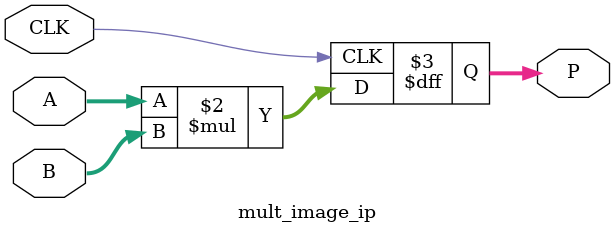
<source format=v>
`timescale 1ns / 1ps


module mult_image_ip #(
    parameter WIDT_A = 9,
    parameter WIDT_B = 6
) (
    input CLK,
    input [WIDT_A-1:0] A,
    input [WIDT_B-1:0] B,

    output reg [WIDT_B+WIDT_A-1:0] P
);

  always @(posedge CLK) begin
    P <= A * B;
  end


endmodule

</source>
